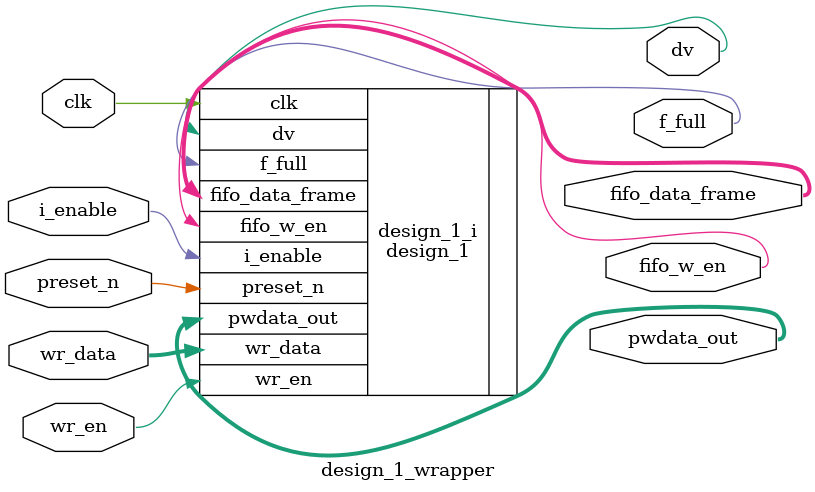
<source format=v>
`timescale 1 ps / 1 ps

module design_1_wrapper
   (clk,
    dv,
    f_full,
    fifo_data_frame,
    fifo_w_en,
    i_enable,
    preset_n,
    pwdata_out,
    wr_data,
    wr_en);
  input clk;
  output dv;
  output f_full;
  output [47:0]fifo_data_frame;
  output fifo_w_en;
  input i_enable;
  input preset_n;
  output [31:0]pwdata_out;
  input [47:0]wr_data;
  input wr_en;

  wire clk;
  wire dv;
  wire f_full;
  wire [47:0]fifo_data_frame;
  wire fifo_w_en;
  wire i_enable;
  wire preset_n;
  wire [31:0]pwdata_out;
  wire [47:0]wr_data;
  wire wr_en;

  design_1 design_1_i
       (.clk(clk),
        .dv(dv),
        .f_full(f_full),
        .fifo_data_frame(fifo_data_frame),
        .fifo_w_en(fifo_w_en),
        .i_enable(i_enable),
        .preset_n(preset_n),
        .pwdata_out(pwdata_out),
        .wr_data(wr_data),
        .wr_en(wr_en));
endmodule

</source>
